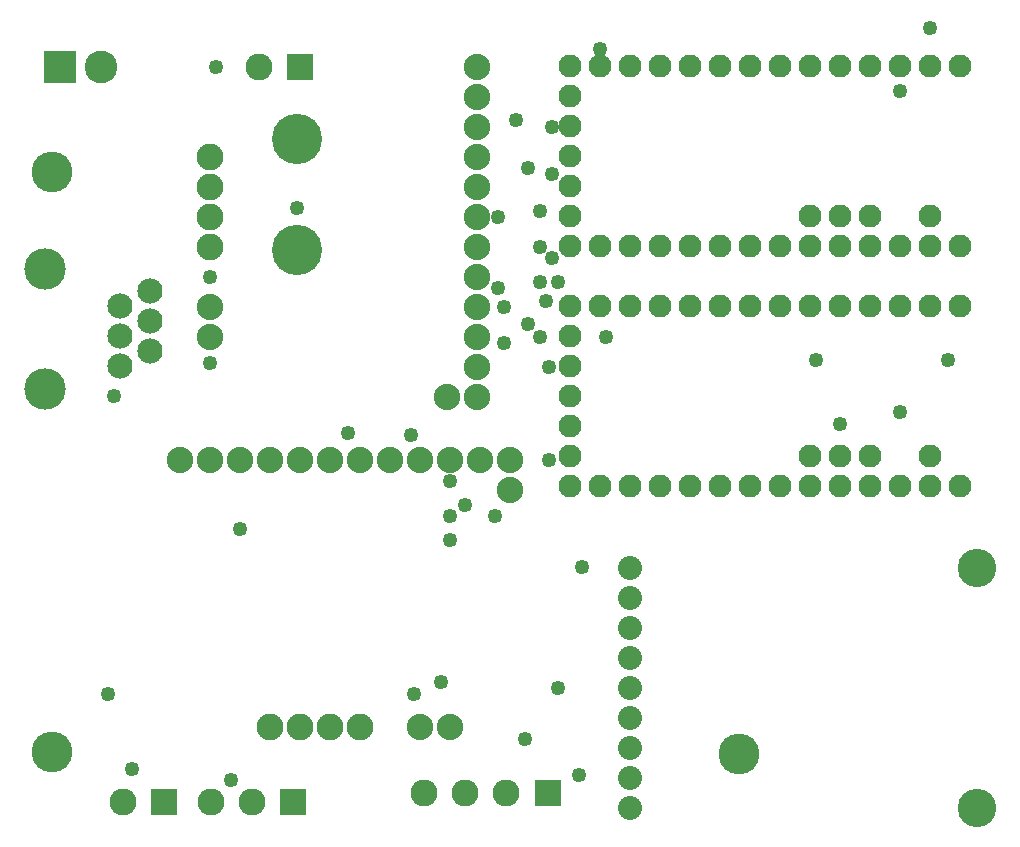
<source format=gts>
G04 MADE WITH FRITZING*
G04 WWW.FRITZING.ORG*
G04 DOUBLE SIDED*
G04 HOLES PLATED*
G04 CONTOUR ON CENTER OF CONTOUR VECTOR*
%ASAXBY*%
%FSLAX23Y23*%
%MOIN*%
%OFA0B0*%
%SFA1.0B1.0*%
%ADD10C,0.049370*%
%ADD11C,0.080000*%
%ADD12C,0.128110*%
%ADD13C,0.090000*%
%ADD14C,0.167480*%
%ADD15C,0.084000*%
%ADD16C,0.138000*%
%ADD17C,0.089370*%
%ADD18C,0.076889*%
%ADD19C,0.092000*%
%ADD20C,0.088000*%
%ADD21C,0.109055*%
%ADD22C,0.135984*%
%ADD23R,0.090000X0.090000*%
%ADD24R,0.092000X0.092000*%
%ADD25R,0.109055X0.109055*%
%LNMASK1*%
G90*
G70*
G54D10*
X1889Y228D03*
X1898Y920D03*
X1819Y518D03*
X1708Y348D03*
G54D11*
X2058Y118D03*
X2058Y218D03*
X2058Y318D03*
X2058Y418D03*
X2058Y518D03*
X2058Y618D03*
X2058Y718D03*
X2058Y818D03*
X2058Y918D03*
G54D12*
X3214Y918D03*
X3214Y118D03*
G54D13*
X1784Y168D03*
X1646Y168D03*
X1508Y168D03*
X1370Y168D03*
G54D10*
X1679Y2409D03*
X3058Y2718D03*
X1957Y2648D03*
X1758Y2108D03*
X1798Y2388D03*
X1719Y2249D03*
X1619Y2088D03*
X1758Y1988D03*
X1638Y1668D03*
X1719Y1729D03*
X1619Y1849D03*
X2958Y2508D03*
X1758Y1869D03*
X1818Y1869D03*
X2958Y1438D03*
X758Y1048D03*
X2758Y1398D03*
X1458Y1208D03*
X1458Y1089D03*
X1458Y1009D03*
X1789Y1278D03*
X1789Y1588D03*
X1607Y1089D03*
X1508Y1128D03*
X658Y1888D03*
X1428Y538D03*
X1339Y497D03*
X657Y1599D03*
X1329Y1360D03*
X1758Y1688D03*
X2678Y1610D03*
X3118Y1610D03*
X1977Y1688D03*
X1118Y1368D03*
G54D14*
X948Y2348D03*
X948Y1978D03*
G54D10*
X1798Y1949D03*
X1798Y2229D03*
X1637Y1788D03*
X1779Y1808D03*
X679Y2587D03*
X947Y2118D03*
G54D15*
X458Y1839D03*
X358Y1789D03*
X458Y1739D03*
X358Y1689D03*
X458Y1639D03*
X358Y1589D03*
G54D16*
X108Y1914D03*
X108Y1514D03*
G54D15*
X458Y1839D03*
X358Y1789D03*
X458Y1739D03*
X358Y1689D03*
X458Y1639D03*
X358Y1589D03*
G54D16*
X108Y1914D03*
X108Y1514D03*
G54D13*
X506Y138D03*
X368Y138D03*
X936Y138D03*
X798Y138D03*
X660Y138D03*
G54D17*
X858Y388D03*
X958Y388D03*
X1058Y388D03*
X1158Y388D03*
X658Y2288D03*
X658Y2188D03*
X658Y2088D03*
X658Y1988D03*
G54D18*
X1858Y1189D03*
X1958Y1189D03*
X2058Y1189D03*
X2158Y1189D03*
X2258Y1189D03*
X2358Y1189D03*
X2458Y1189D03*
X2558Y1189D03*
X2658Y1189D03*
X2758Y1189D03*
X2858Y1189D03*
X2958Y1189D03*
X3058Y1189D03*
X3158Y1189D03*
X3058Y1289D03*
X1858Y1789D03*
X1958Y1789D03*
X2058Y1789D03*
X2158Y1789D03*
X2258Y1789D03*
X2358Y1789D03*
X2458Y1789D03*
X2558Y1789D03*
X2658Y1789D03*
X2758Y1789D03*
X2858Y1789D03*
X2958Y1789D03*
X3058Y1789D03*
X3158Y1789D03*
X2758Y1289D03*
X2858Y1289D03*
X2658Y1289D03*
X1858Y1589D03*
X1858Y1689D03*
X1858Y1489D03*
X1858Y1289D03*
X1858Y1389D03*
X1858Y1989D03*
X1958Y1989D03*
X2058Y1989D03*
X2158Y1989D03*
X2258Y1989D03*
X2358Y1989D03*
X2458Y1989D03*
X2558Y1989D03*
X2658Y1989D03*
X2758Y1989D03*
X2858Y1989D03*
X2958Y1989D03*
X3058Y1989D03*
X3158Y1989D03*
X3058Y2089D03*
X1858Y2589D03*
X1958Y2589D03*
X2058Y2589D03*
X2158Y2589D03*
X2258Y2589D03*
X2358Y2589D03*
X2458Y2589D03*
X2558Y2589D03*
X2658Y2589D03*
X2758Y2589D03*
X2858Y2589D03*
X2958Y2589D03*
X3058Y2589D03*
X3158Y2589D03*
X2758Y2089D03*
X2858Y2089D03*
X2658Y2089D03*
X1858Y2389D03*
X1858Y2489D03*
X1858Y2289D03*
X1858Y2089D03*
X1858Y2189D03*
G54D13*
X958Y2588D03*
X820Y2588D03*
X958Y2588D03*
X820Y2588D03*
G54D19*
X948Y2348D03*
X948Y1981D03*
X948Y2348D03*
X948Y1981D03*
G54D20*
X558Y1278D03*
X658Y1278D03*
X758Y1278D03*
X858Y1278D03*
X958Y1278D03*
X1058Y1278D03*
X1158Y1278D03*
X1258Y1278D03*
X1358Y1278D03*
X1458Y1278D03*
X1558Y1278D03*
X1548Y2588D03*
X1548Y2488D03*
X1548Y2388D03*
X1548Y2288D03*
X1548Y2188D03*
X1548Y2088D03*
X1548Y1988D03*
X1548Y1888D03*
X1548Y1788D03*
X1548Y1688D03*
X1548Y1588D03*
X1358Y388D03*
X1458Y388D03*
X658Y1788D03*
X658Y1688D03*
X1658Y1278D03*
X1658Y1178D03*
X1548Y1488D03*
X1448Y1488D03*
G54D21*
X158Y2588D03*
X296Y2588D03*
G54D22*
X2421Y298D03*
X130Y303D03*
X130Y2236D03*
G54D10*
X399Y248D03*
X318Y498D03*
X337Y1489D03*
X729Y209D03*
G54D23*
X1784Y168D03*
X506Y138D03*
X936Y138D03*
X958Y2588D03*
X958Y2588D03*
G54D24*
X948Y2349D03*
X948Y2349D03*
G54D25*
X158Y2588D03*
G04 End of Mask1*
M02*
</source>
